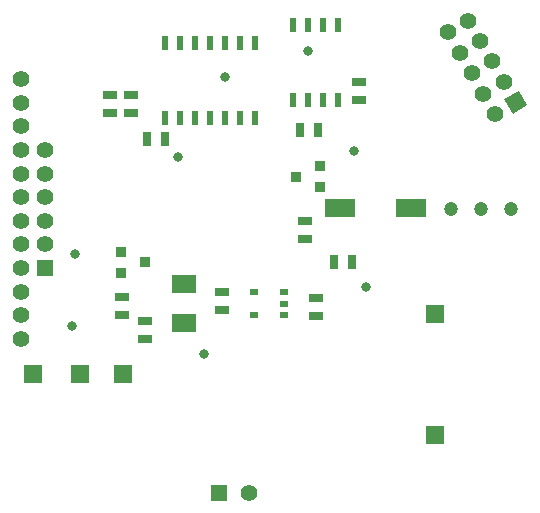
<source format=gbr>
%FSLAX46Y46*%
G04 Gerber Fmt 4.6, Leading zero omitted, Abs format (unit mm)*
G04 Created by KiCad (PCBNEW (2014-08-05 BZR 5054)-product) date Thu 27 Nov 2014 22:50:44 ACDT*
%MOMM*%
G01*
G04 APERTURE LIST*
%ADD10C,0.150000*%
%ADD11R,1.397000X1.397000*%
%ADD12C,1.397000*%
%ADD13R,2.032000X1.524000*%
%ADD14R,0.508000X1.143000*%
%ADD15R,0.762000X0.508000*%
%ADD16C,1.200000*%
%ADD17R,1.143000X0.635000*%
%ADD18R,0.635000X1.143000*%
%ADD19C,1.400000*%
%ADD20R,1.400000X1.400000*%
%ADD21R,0.914400X0.914400*%
%ADD22R,1.500000X1.500000*%
%ADD23C,0.800000*%
%ADD24R,2.500000X1.500000*%
G04 APERTURE END LIST*
D10*
D11*
X198730000Y-124000000D03*
D12*
X201270000Y-124000000D03*
D13*
X195750000Y-106349000D03*
X195750000Y-109651000D03*
D14*
X208805000Y-90775000D03*
X207535000Y-90775000D03*
X206265000Y-90775000D03*
X204995000Y-90775000D03*
X204995000Y-84425000D03*
X206265000Y-84425000D03*
X207535000Y-84425000D03*
X208805000Y-84425000D03*
D15*
X204270000Y-108952500D03*
X204270000Y-107047500D03*
X201730000Y-108952500D03*
X204270000Y-108000000D03*
X201730000Y-107047500D03*
D16*
X218400000Y-100000000D03*
X220940000Y-100000000D03*
X223480000Y-100000000D03*
D17*
X189500000Y-90338000D03*
X189500000Y-91862000D03*
X199000000Y-106988000D03*
X199000000Y-108512000D03*
X207000000Y-109012000D03*
X207000000Y-107488000D03*
D18*
X208488000Y-104500000D03*
X210012000Y-104500000D03*
D17*
X206000000Y-102512000D03*
X206000000Y-100988000D03*
D18*
X205638000Y-93300000D03*
X207162000Y-93300000D03*
D17*
X192500000Y-110962000D03*
X192500000Y-109438000D03*
X190500000Y-107438000D03*
X190500000Y-108962000D03*
X191300000Y-90338000D03*
X191300000Y-91862000D03*
D19*
X184000000Y-101000000D03*
X184000000Y-103000000D03*
D20*
X184000000Y-105000000D03*
D19*
X184000000Y-99000000D03*
X184000000Y-97000000D03*
X184000000Y-95000000D03*
X182000000Y-95000000D03*
X182000000Y-97000000D03*
X182000000Y-99000000D03*
X182000000Y-101000000D03*
X182000000Y-103000000D03*
X182000000Y-105000000D03*
X221866025Y-87500000D03*
X222866025Y-89232051D03*
D10*
G36*
X224822243Y-91220320D02*
X223609807Y-91920320D01*
X222909807Y-90707884D01*
X224122243Y-90007884D01*
X224822243Y-91220320D01*
X224822243Y-91220320D01*
G37*
D19*
X220866025Y-85767949D03*
X219866025Y-84035898D03*
X218133975Y-85035898D03*
X219133975Y-86767949D03*
X220133975Y-88500000D03*
X221133975Y-90232051D03*
X222133975Y-91964102D03*
D21*
X207266000Y-96361000D03*
X207266000Y-98139000D03*
X205234000Y-97250000D03*
X190484000Y-105389000D03*
X190484000Y-103611000D03*
X192516000Y-104500000D03*
D17*
X210600000Y-90762000D03*
X210600000Y-89238000D03*
D18*
X192638000Y-94100000D03*
X194162000Y-94100000D03*
D19*
X182000000Y-89000000D03*
X182000000Y-91000000D03*
X182000000Y-93000000D03*
X182000000Y-107000000D03*
X182000000Y-109000000D03*
X182000000Y-111000000D03*
D22*
X183000000Y-114000000D03*
X187000000Y-114000000D03*
X190600000Y-114000000D03*
X217000000Y-119100000D03*
X217000000Y-108900000D03*
D23*
X186600000Y-103800000D03*
X199300000Y-88800000D03*
X210200000Y-95100000D03*
X195300000Y-95600000D03*
X211200000Y-106600000D03*
X186300000Y-109900000D03*
X206300000Y-86600000D03*
D14*
X194190000Y-92302000D03*
X195460000Y-92302000D03*
X196730000Y-92302000D03*
X198000000Y-92302000D03*
X199270000Y-92302000D03*
X200540000Y-92302000D03*
X201810000Y-92302000D03*
X201810000Y-85952000D03*
X200540000Y-85952000D03*
X198000000Y-85952000D03*
X196730000Y-85952000D03*
X195460000Y-85952000D03*
X194190000Y-85952000D03*
X199270000Y-85952000D03*
D24*
X209000000Y-99950000D03*
X215000000Y-99950000D03*
D23*
X197450000Y-112250000D03*
M02*

</source>
